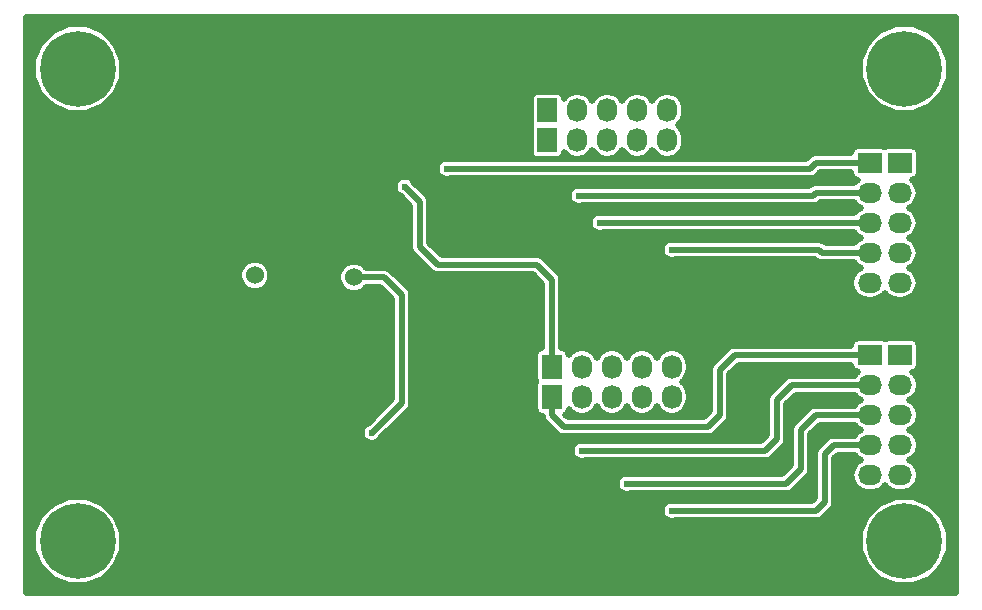
<source format=gbr>
G04 #@! TF.FileFunction,Copper,L2,Bot,Signal*
%FSLAX46Y46*%
G04 Gerber Fmt 4.6, Leading zero omitted, Abs format (unit mm)*
G04 Created by KiCad (PCBNEW 4.0.5+dfsg1-4) date Wed May  3 19:23:34 2017*
%MOMM*%
%LPD*%
G01*
G04 APERTURE LIST*
%ADD10C,0.100000*%
%ADD11C,0.600000*%
%ADD12C,6.400000*%
%ADD13R,1.727200X2.032000*%
%ADD14O,1.727200X2.032000*%
%ADD15R,2.032000X1.727200*%
%ADD16O,2.032000X1.727200*%
%ADD17C,1.524000*%
%ADD18C,0.500000*%
G04 APERTURE END LIST*
D10*
D11*
X174117000Y-107188000D03*
X173228000Y-114427000D03*
X175641000Y-116840000D03*
X165862000Y-120015000D03*
X146812000Y-109855000D03*
X139319000Y-117983000D03*
X123952000Y-124333000D03*
X118872000Y-90170000D03*
X123698000Y-108712000D03*
X146685000Y-97028000D03*
X166624000Y-97917000D03*
X173990000Y-84836000D03*
D12*
X182000000Y-126000000D03*
D13*
X151765000Y-89535000D03*
D14*
X154305000Y-89535000D03*
X156845000Y-89535000D03*
X159385000Y-89535000D03*
X161925000Y-89535000D03*
D13*
X151765000Y-92075000D03*
D14*
X154305000Y-92075000D03*
X156845000Y-92075000D03*
X159385000Y-92075000D03*
X161925000Y-92075000D03*
D15*
X179070000Y-93980000D03*
D16*
X179070000Y-96520000D03*
X179070000Y-99060000D03*
X179070000Y-101600000D03*
X179070000Y-104140000D03*
D15*
X181610000Y-93980000D03*
D16*
X181610000Y-96520000D03*
X181610000Y-99060000D03*
X181610000Y-101600000D03*
X181610000Y-104140000D03*
D17*
X127000000Y-103500000D03*
X127000000Y-108500000D03*
X135382000Y-103672000D03*
X135382000Y-108672000D03*
D15*
X181627000Y-110252000D03*
D16*
X181627000Y-112792000D03*
X181627000Y-115332000D03*
X181627000Y-117872000D03*
X181627000Y-120412000D03*
D15*
X179087000Y-110252000D03*
D16*
X179087000Y-112792000D03*
X179087000Y-115332000D03*
X179087000Y-117872000D03*
X179087000Y-120412000D03*
D13*
X152146000Y-111252000D03*
D14*
X154686000Y-111252000D03*
X157226000Y-111252000D03*
X159766000Y-111252000D03*
X162306000Y-111252000D03*
D13*
X152146000Y-113792000D03*
D14*
X154686000Y-113792000D03*
X157226000Y-113792000D03*
X159766000Y-113792000D03*
X162306000Y-113792000D03*
D12*
X112000000Y-86000000D03*
X112000000Y-126000000D03*
X182000000Y-86000000D03*
D11*
X130048000Y-96774000D03*
X155702000Y-84836000D03*
X168402000Y-116332000D03*
X168148000Y-90170000D03*
X153924000Y-100838000D03*
X159512000Y-101092000D03*
X148844000Y-100584000D03*
X160274000Y-123444000D03*
X155448000Y-122682000D03*
X147828000Y-119888000D03*
X112014000Y-103886000D03*
X162306000Y-101346000D03*
X156210000Y-99060000D03*
X154432000Y-96774000D03*
X143256000Y-94488000D03*
X154686000Y-118364000D03*
X158496000Y-121158000D03*
X162306000Y-123444000D03*
X139700000Y-96012000D03*
X136906000Y-116840000D03*
D18*
X179070000Y-101600000D02*
X175006000Y-101600000D01*
X174752000Y-101346000D02*
X162306000Y-101346000D01*
X175006000Y-101600000D02*
X174752000Y-101346000D01*
X179070000Y-99060000D02*
X156210000Y-99060000D01*
X179070000Y-96520000D02*
X174498000Y-96520000D01*
X174244000Y-96774000D02*
X154432000Y-96774000D01*
X174498000Y-96520000D02*
X174244000Y-96774000D01*
X179070000Y-93980000D02*
X174498000Y-93980000D01*
X173990000Y-94488000D02*
X143256000Y-94488000D01*
X174498000Y-93980000D02*
X173990000Y-94488000D01*
X152146000Y-113792000D02*
X152146000Y-115316000D01*
X167624000Y-110252000D02*
X179087000Y-110252000D01*
X166370000Y-111506000D02*
X167624000Y-110252000D01*
X166370000Y-115316000D02*
X166370000Y-111506000D01*
X165354000Y-116332000D02*
X166370000Y-115316000D01*
X153162000Y-116332000D02*
X165354000Y-116332000D01*
X152146000Y-115316000D02*
X153162000Y-116332000D01*
X179087000Y-112792000D02*
X172450000Y-112792000D01*
X170180000Y-118364000D02*
X154686000Y-118364000D01*
X171196000Y-117348000D02*
X170180000Y-118364000D01*
X171196000Y-114046000D02*
X171196000Y-117348000D01*
X172450000Y-112792000D02*
X171196000Y-114046000D01*
X179087000Y-115332000D02*
X174482000Y-115332000D01*
X171958000Y-121158000D02*
X158496000Y-121158000D01*
X173228000Y-119888000D02*
X171958000Y-121158000D01*
X173228000Y-116586000D02*
X173228000Y-119888000D01*
X174482000Y-115332000D02*
X173228000Y-116586000D01*
X179087000Y-117872000D02*
X176006000Y-117872000D01*
X174498000Y-123444000D02*
X162306000Y-123444000D01*
X175260000Y-122682000D02*
X174498000Y-123444000D01*
X175260000Y-118618000D02*
X175260000Y-122682000D01*
X176006000Y-117872000D02*
X175260000Y-118618000D01*
X152146000Y-103886000D02*
X152146000Y-111252000D01*
X150876000Y-102616000D02*
X152146000Y-103886000D01*
X142494000Y-102616000D02*
X150876000Y-102616000D01*
X140970000Y-101092000D02*
X142494000Y-102616000D01*
X140970000Y-97282000D02*
X140970000Y-101092000D01*
X139700000Y-96012000D02*
X140970000Y-97282000D01*
X137962000Y-103672000D02*
X135382000Y-103672000D01*
X139446000Y-105156000D02*
X137962000Y-103672000D01*
X139446000Y-114300000D02*
X139446000Y-105156000D01*
X136906000Y-116840000D02*
X139446000Y-114300000D01*
G36*
X186350000Y-130350000D02*
X107650000Y-130350000D01*
X107650000Y-126742649D01*
X108249350Y-126742649D01*
X108819051Y-128121429D01*
X109873022Y-129177242D01*
X111250806Y-129749348D01*
X112742649Y-129750650D01*
X114121429Y-129180949D01*
X115177242Y-128126978D01*
X115749348Y-126749194D01*
X115749353Y-126742649D01*
X178249350Y-126742649D01*
X178819051Y-128121429D01*
X179873022Y-129177242D01*
X181250806Y-129749348D01*
X182742649Y-129750650D01*
X184121429Y-129180949D01*
X185177242Y-128126978D01*
X185749348Y-126749194D01*
X185750650Y-125257351D01*
X185180949Y-123878571D01*
X184126978Y-122822758D01*
X182749194Y-122250652D01*
X181257351Y-122249350D01*
X179878571Y-122819051D01*
X178822758Y-123873022D01*
X178250652Y-125250806D01*
X178249350Y-126742649D01*
X115749353Y-126742649D01*
X115750650Y-125257351D01*
X115180949Y-123878571D01*
X114126978Y-122822758D01*
X112749194Y-122250652D01*
X111257351Y-122249350D01*
X109878571Y-122819051D01*
X108822758Y-123873022D01*
X108250652Y-125250806D01*
X108249350Y-126742649D01*
X107650000Y-126742649D01*
X107650000Y-103759828D01*
X125687772Y-103759828D01*
X125887092Y-104242218D01*
X126255841Y-104611611D01*
X126737882Y-104811772D01*
X127259828Y-104812228D01*
X127742218Y-104612908D01*
X128111611Y-104244159D01*
X128241302Y-103931828D01*
X134069772Y-103931828D01*
X134269092Y-104414218D01*
X134637841Y-104783611D01*
X135119882Y-104983772D01*
X135641828Y-104984228D01*
X136124218Y-104784908D01*
X136437672Y-104472000D01*
X137630630Y-104472000D01*
X138646000Y-105487370D01*
X138646000Y-113968629D01*
X136545288Y-116069342D01*
X136425143Y-116118985D01*
X136185826Y-116357885D01*
X136056148Y-116670183D01*
X136055853Y-117008334D01*
X136184985Y-117320857D01*
X136423885Y-117560174D01*
X136736183Y-117689852D01*
X137074334Y-117690147D01*
X137386857Y-117561015D01*
X137626174Y-117322115D01*
X137676533Y-117200837D01*
X140011685Y-114865686D01*
X140185104Y-114606147D01*
X140190922Y-114576896D01*
X140246000Y-114300000D01*
X140246000Y-105156000D01*
X140185104Y-104849853D01*
X140011685Y-104590315D01*
X138527685Y-103106315D01*
X138268147Y-102932896D01*
X137962000Y-102872000D01*
X136437227Y-102872000D01*
X136126159Y-102560389D01*
X135644118Y-102360228D01*
X135122172Y-102359772D01*
X134639782Y-102559092D01*
X134270389Y-102927841D01*
X134070228Y-103409882D01*
X134069772Y-103931828D01*
X128241302Y-103931828D01*
X128311772Y-103762118D01*
X128312228Y-103240172D01*
X128112908Y-102757782D01*
X127744159Y-102388389D01*
X127262118Y-102188228D01*
X126740172Y-102187772D01*
X126257782Y-102387092D01*
X125888389Y-102755841D01*
X125688228Y-103237882D01*
X125687772Y-103759828D01*
X107650000Y-103759828D01*
X107650000Y-96180334D01*
X138849853Y-96180334D01*
X138978985Y-96492857D01*
X139217885Y-96732174D01*
X139339163Y-96782533D01*
X140170000Y-97613371D01*
X140170000Y-101092000D01*
X140230896Y-101398147D01*
X140404315Y-101657685D01*
X141928314Y-103181685D01*
X142015846Y-103240172D01*
X142187853Y-103355104D01*
X142494000Y-103416000D01*
X150544630Y-103416000D01*
X151346000Y-104217371D01*
X151346000Y-109675225D01*
X151282400Y-109675225D01*
X151078582Y-109713576D01*
X150891388Y-109834032D01*
X150765806Y-110017827D01*
X150721625Y-110236000D01*
X150721625Y-112268000D01*
X150759976Y-112471818D01*
X150791306Y-112520506D01*
X150765806Y-112557827D01*
X150721625Y-112776000D01*
X150721625Y-114808000D01*
X150759976Y-115011818D01*
X150880432Y-115199012D01*
X151064227Y-115324594D01*
X151282400Y-115368775D01*
X151356498Y-115368775D01*
X151388965Y-115532000D01*
X151406896Y-115622147D01*
X151580315Y-115881685D01*
X152596315Y-116897685D01*
X152855853Y-117071104D01*
X153162000Y-117132000D01*
X165354000Y-117132000D01*
X165660147Y-117071104D01*
X165919685Y-116897685D01*
X166935685Y-115881685D01*
X167109104Y-115622147D01*
X167127035Y-115532000D01*
X167170000Y-115316000D01*
X167170000Y-111837370D01*
X167955371Y-111052000D01*
X177510225Y-111052000D01*
X177510225Y-111115600D01*
X177548576Y-111319418D01*
X177669032Y-111506612D01*
X177852827Y-111632194D01*
X178071000Y-111676375D01*
X178078049Y-111676375D01*
X177904354Y-111792434D01*
X177771008Y-111992000D01*
X172450000Y-111992000D01*
X172143853Y-112052896D01*
X171884315Y-112226314D01*
X170630315Y-113480315D01*
X170456896Y-113739853D01*
X170396000Y-114046000D01*
X170396000Y-117016630D01*
X169848630Y-117564000D01*
X154975873Y-117564000D01*
X154855817Y-117514148D01*
X154517666Y-117513853D01*
X154205143Y-117642985D01*
X153965826Y-117881885D01*
X153836148Y-118194183D01*
X153835853Y-118532334D01*
X153964985Y-118844857D01*
X154203885Y-119084174D01*
X154516183Y-119213852D01*
X154854334Y-119214147D01*
X154975699Y-119164000D01*
X170180000Y-119164000D01*
X170486147Y-119103104D01*
X170745685Y-118929685D01*
X171761685Y-117913685D01*
X171935104Y-117654147D01*
X171950031Y-117579104D01*
X171996000Y-117348000D01*
X171996000Y-114377370D01*
X172781371Y-113592000D01*
X177771008Y-113592000D01*
X177904354Y-113791566D01*
X178309087Y-114062000D01*
X177904354Y-114332434D01*
X177771008Y-114532000D01*
X174482000Y-114532000D01*
X174175853Y-114592896D01*
X173916315Y-114766314D01*
X172662315Y-116020315D01*
X172488896Y-116279853D01*
X172428000Y-116586000D01*
X172428000Y-119556629D01*
X171626630Y-120358000D01*
X158785873Y-120358000D01*
X158665817Y-120308148D01*
X158327666Y-120307853D01*
X158015143Y-120436985D01*
X157775826Y-120675885D01*
X157646148Y-120988183D01*
X157645853Y-121326334D01*
X157774985Y-121638857D01*
X158013885Y-121878174D01*
X158326183Y-122007852D01*
X158664334Y-122008147D01*
X158785699Y-121958000D01*
X171958000Y-121958000D01*
X172264147Y-121897104D01*
X172523685Y-121723685D01*
X173793685Y-120453686D01*
X173967104Y-120194147D01*
X174028000Y-119888000D01*
X174028000Y-116917370D01*
X174813371Y-116132000D01*
X177771008Y-116132000D01*
X177904354Y-116331566D01*
X178309087Y-116602000D01*
X177904354Y-116872434D01*
X177771008Y-117072000D01*
X176006000Y-117072000D01*
X175704363Y-117131999D01*
X175699853Y-117132896D01*
X175440314Y-117306315D01*
X174694315Y-118052315D01*
X174520896Y-118311853D01*
X174460000Y-118618000D01*
X174460000Y-122350629D01*
X174166630Y-122644000D01*
X162595873Y-122644000D01*
X162475817Y-122594148D01*
X162137666Y-122593853D01*
X161825143Y-122722985D01*
X161585826Y-122961885D01*
X161456148Y-123274183D01*
X161455853Y-123612334D01*
X161584985Y-123924857D01*
X161823885Y-124164174D01*
X162136183Y-124293852D01*
X162474334Y-124294147D01*
X162595699Y-124244000D01*
X174498000Y-124244000D01*
X174804147Y-124183104D01*
X175063685Y-124009685D01*
X175825686Y-123247685D01*
X175999104Y-122988147D01*
X176060000Y-122682000D01*
X176060000Y-118949370D01*
X176337371Y-118672000D01*
X177771008Y-118672000D01*
X177904354Y-118871566D01*
X178309087Y-119142000D01*
X177904354Y-119412434D01*
X177597924Y-119871039D01*
X177490320Y-120412000D01*
X177597924Y-120952961D01*
X177904354Y-121411566D01*
X178362959Y-121717996D01*
X178903920Y-121825600D01*
X179270080Y-121825600D01*
X179811041Y-121717996D01*
X180269646Y-121411566D01*
X180357000Y-121280831D01*
X180444354Y-121411566D01*
X180902959Y-121717996D01*
X181443920Y-121825600D01*
X181810080Y-121825600D01*
X182351041Y-121717996D01*
X182809646Y-121411566D01*
X183116076Y-120952961D01*
X183223680Y-120412000D01*
X183116076Y-119871039D01*
X182809646Y-119412434D01*
X182404913Y-119142000D01*
X182809646Y-118871566D01*
X183116076Y-118412961D01*
X183223680Y-117872000D01*
X183116076Y-117331039D01*
X182809646Y-116872434D01*
X182404913Y-116602000D01*
X182809646Y-116331566D01*
X183116076Y-115872961D01*
X183223680Y-115332000D01*
X183116076Y-114791039D01*
X182809646Y-114332434D01*
X182404913Y-114062000D01*
X182809646Y-113791566D01*
X183116076Y-113332961D01*
X183223680Y-112792000D01*
X183116076Y-112251039D01*
X182809646Y-111792434D01*
X182635951Y-111676375D01*
X182643000Y-111676375D01*
X182846818Y-111638024D01*
X183034012Y-111517568D01*
X183159594Y-111333773D01*
X183203775Y-111115600D01*
X183203775Y-109388400D01*
X183165424Y-109184582D01*
X183044968Y-108997388D01*
X182861173Y-108871806D01*
X182643000Y-108827625D01*
X180611000Y-108827625D01*
X180407182Y-108865976D01*
X180358494Y-108897306D01*
X180321173Y-108871806D01*
X180103000Y-108827625D01*
X178071000Y-108827625D01*
X177867182Y-108865976D01*
X177679988Y-108986432D01*
X177554406Y-109170227D01*
X177510225Y-109388400D01*
X177510225Y-109452000D01*
X167624000Y-109452000D01*
X167317853Y-109512896D01*
X167058315Y-109686314D01*
X165804315Y-110940315D01*
X165630896Y-111199853D01*
X165570000Y-111506000D01*
X165570000Y-114984630D01*
X165022630Y-115532000D01*
X153493370Y-115532000D01*
X153261107Y-115299737D01*
X153400612Y-115209968D01*
X153526194Y-115026173D01*
X153570375Y-114808000D01*
X153570375Y-114800951D01*
X153686434Y-114974646D01*
X154145039Y-115281076D01*
X154686000Y-115388680D01*
X155226961Y-115281076D01*
X155685566Y-114974646D01*
X155956000Y-114569913D01*
X156226434Y-114974646D01*
X156685039Y-115281076D01*
X157226000Y-115388680D01*
X157766961Y-115281076D01*
X158225566Y-114974646D01*
X158496000Y-114569913D01*
X158766434Y-114974646D01*
X159225039Y-115281076D01*
X159766000Y-115388680D01*
X160306961Y-115281076D01*
X160765566Y-114974646D01*
X161036000Y-114569913D01*
X161306434Y-114974646D01*
X161765039Y-115281076D01*
X162306000Y-115388680D01*
X162846961Y-115281076D01*
X163305566Y-114974646D01*
X163611996Y-114516041D01*
X163719600Y-113975080D01*
X163719600Y-113608920D01*
X163611996Y-113067959D01*
X163305566Y-112609354D01*
X163174831Y-112522000D01*
X163305566Y-112434646D01*
X163611996Y-111976041D01*
X163719600Y-111435080D01*
X163719600Y-111068920D01*
X163611996Y-110527959D01*
X163305566Y-110069354D01*
X162846961Y-109762924D01*
X162306000Y-109655320D01*
X161765039Y-109762924D01*
X161306434Y-110069354D01*
X161036000Y-110474087D01*
X160765566Y-110069354D01*
X160306961Y-109762924D01*
X159766000Y-109655320D01*
X159225039Y-109762924D01*
X158766434Y-110069354D01*
X158496000Y-110474087D01*
X158225566Y-110069354D01*
X157766961Y-109762924D01*
X157226000Y-109655320D01*
X156685039Y-109762924D01*
X156226434Y-110069354D01*
X155956000Y-110474087D01*
X155685566Y-110069354D01*
X155226961Y-109762924D01*
X154686000Y-109655320D01*
X154145039Y-109762924D01*
X153686434Y-110069354D01*
X153570375Y-110243049D01*
X153570375Y-110236000D01*
X153532024Y-110032182D01*
X153411568Y-109844988D01*
X153227773Y-109719406D01*
X153009600Y-109675225D01*
X152946000Y-109675225D01*
X152946000Y-103886000D01*
X152885104Y-103579853D01*
X152711685Y-103320314D01*
X151441685Y-102050315D01*
X151182147Y-101876896D01*
X150876000Y-101816000D01*
X142825371Y-101816000D01*
X141770000Y-100760630D01*
X141770000Y-97282000D01*
X141709104Y-96975853D01*
X141633128Y-96862147D01*
X141535685Y-96716314D01*
X140470658Y-95651288D01*
X140421015Y-95531143D01*
X140182115Y-95291826D01*
X139869817Y-95162148D01*
X139531666Y-95161853D01*
X139219143Y-95290985D01*
X138979826Y-95529885D01*
X138850148Y-95842183D01*
X138849853Y-96180334D01*
X107650000Y-96180334D01*
X107650000Y-94656334D01*
X142405853Y-94656334D01*
X142534985Y-94968857D01*
X142773885Y-95208174D01*
X143086183Y-95337852D01*
X143424334Y-95338147D01*
X143545699Y-95288000D01*
X173990000Y-95288000D01*
X174296147Y-95227104D01*
X174555685Y-95053685D01*
X174829371Y-94780000D01*
X177493225Y-94780000D01*
X177493225Y-94843600D01*
X177531576Y-95047418D01*
X177652032Y-95234612D01*
X177835827Y-95360194D01*
X178054000Y-95404375D01*
X178061049Y-95404375D01*
X177887354Y-95520434D01*
X177754008Y-95720000D01*
X174498000Y-95720000D01*
X174191853Y-95780896D01*
X173932314Y-95954315D01*
X173912629Y-95974000D01*
X154721873Y-95974000D01*
X154601817Y-95924148D01*
X154263666Y-95923853D01*
X153951143Y-96052985D01*
X153711826Y-96291885D01*
X153582148Y-96604183D01*
X153581853Y-96942334D01*
X153710985Y-97254857D01*
X153949885Y-97494174D01*
X154262183Y-97623852D01*
X154600334Y-97624147D01*
X154721699Y-97574000D01*
X174244000Y-97574000D01*
X174550147Y-97513104D01*
X174809685Y-97339685D01*
X174829370Y-97320000D01*
X177754008Y-97320000D01*
X177887354Y-97519566D01*
X178292087Y-97790000D01*
X177887354Y-98060434D01*
X177754008Y-98260000D01*
X156499873Y-98260000D01*
X156379817Y-98210148D01*
X156041666Y-98209853D01*
X155729143Y-98338985D01*
X155489826Y-98577885D01*
X155360148Y-98890183D01*
X155359853Y-99228334D01*
X155488985Y-99540857D01*
X155727885Y-99780174D01*
X156040183Y-99909852D01*
X156378334Y-99910147D01*
X156499699Y-99860000D01*
X177754008Y-99860000D01*
X177887354Y-100059566D01*
X178292087Y-100330000D01*
X177887354Y-100600434D01*
X177754008Y-100800000D01*
X175337370Y-100800000D01*
X175317685Y-100780315D01*
X175058147Y-100606896D01*
X175025660Y-100600434D01*
X174752000Y-100546000D01*
X162595873Y-100546000D01*
X162475817Y-100496148D01*
X162137666Y-100495853D01*
X161825143Y-100624985D01*
X161585826Y-100863885D01*
X161456148Y-101176183D01*
X161455853Y-101514334D01*
X161584985Y-101826857D01*
X161823885Y-102066174D01*
X162136183Y-102195852D01*
X162474334Y-102196147D01*
X162595699Y-102146000D01*
X174420629Y-102146000D01*
X174440314Y-102165685D01*
X174656076Y-102309853D01*
X174699853Y-102339104D01*
X175006000Y-102400000D01*
X177754008Y-102400000D01*
X177887354Y-102599566D01*
X178292087Y-102870000D01*
X177887354Y-103140434D01*
X177580924Y-103599039D01*
X177473320Y-104140000D01*
X177580924Y-104680961D01*
X177887354Y-105139566D01*
X178345959Y-105445996D01*
X178886920Y-105553600D01*
X179253080Y-105553600D01*
X179794041Y-105445996D01*
X180252646Y-105139566D01*
X180340000Y-105008831D01*
X180427354Y-105139566D01*
X180885959Y-105445996D01*
X181426920Y-105553600D01*
X181793080Y-105553600D01*
X182334041Y-105445996D01*
X182792646Y-105139566D01*
X183099076Y-104680961D01*
X183206680Y-104140000D01*
X183099076Y-103599039D01*
X182792646Y-103140434D01*
X182387913Y-102870000D01*
X182792646Y-102599566D01*
X183099076Y-102140961D01*
X183206680Y-101600000D01*
X183099076Y-101059039D01*
X182792646Y-100600434D01*
X182387913Y-100330000D01*
X182792646Y-100059566D01*
X183099076Y-99600961D01*
X183206680Y-99060000D01*
X183099076Y-98519039D01*
X182792646Y-98060434D01*
X182387913Y-97790000D01*
X182792646Y-97519566D01*
X183099076Y-97060961D01*
X183206680Y-96520000D01*
X183099076Y-95979039D01*
X182792646Y-95520434D01*
X182618951Y-95404375D01*
X182626000Y-95404375D01*
X182829818Y-95366024D01*
X183017012Y-95245568D01*
X183142594Y-95061773D01*
X183186775Y-94843600D01*
X183186775Y-93116400D01*
X183148424Y-92912582D01*
X183027968Y-92725388D01*
X182844173Y-92599806D01*
X182626000Y-92555625D01*
X180594000Y-92555625D01*
X180390182Y-92593976D01*
X180341494Y-92625306D01*
X180304173Y-92599806D01*
X180086000Y-92555625D01*
X178054000Y-92555625D01*
X177850182Y-92593976D01*
X177662988Y-92714432D01*
X177537406Y-92898227D01*
X177493225Y-93116400D01*
X177493225Y-93180000D01*
X174498000Y-93180000D01*
X174191853Y-93240896D01*
X173932314Y-93414315D01*
X173658630Y-93688000D01*
X143545873Y-93688000D01*
X143425817Y-93638148D01*
X143087666Y-93637853D01*
X142775143Y-93766985D01*
X142535826Y-94005885D01*
X142406148Y-94318183D01*
X142405853Y-94656334D01*
X107650000Y-94656334D01*
X107650000Y-86742649D01*
X108249350Y-86742649D01*
X108819051Y-88121429D01*
X109873022Y-89177242D01*
X111250806Y-89749348D01*
X112742649Y-89750650D01*
X114121429Y-89180949D01*
X114784534Y-88519000D01*
X150340625Y-88519000D01*
X150340625Y-90551000D01*
X150378976Y-90754818D01*
X150410306Y-90803506D01*
X150384806Y-90840827D01*
X150340625Y-91059000D01*
X150340625Y-93091000D01*
X150378976Y-93294818D01*
X150499432Y-93482012D01*
X150683227Y-93607594D01*
X150901400Y-93651775D01*
X152628600Y-93651775D01*
X152832418Y-93613424D01*
X153019612Y-93492968D01*
X153145194Y-93309173D01*
X153189375Y-93091000D01*
X153189375Y-93083951D01*
X153305434Y-93257646D01*
X153764039Y-93564076D01*
X154305000Y-93671680D01*
X154845961Y-93564076D01*
X155304566Y-93257646D01*
X155575000Y-92852913D01*
X155845434Y-93257646D01*
X156304039Y-93564076D01*
X156845000Y-93671680D01*
X157385961Y-93564076D01*
X157844566Y-93257646D01*
X158115000Y-92852913D01*
X158385434Y-93257646D01*
X158844039Y-93564076D01*
X159385000Y-93671680D01*
X159925961Y-93564076D01*
X160384566Y-93257646D01*
X160655000Y-92852913D01*
X160925434Y-93257646D01*
X161384039Y-93564076D01*
X161925000Y-93671680D01*
X162465961Y-93564076D01*
X162924566Y-93257646D01*
X163230996Y-92799041D01*
X163338600Y-92258080D01*
X163338600Y-91891920D01*
X163230996Y-91350959D01*
X162924566Y-90892354D01*
X162793831Y-90805000D01*
X162924566Y-90717646D01*
X163230996Y-90259041D01*
X163338600Y-89718080D01*
X163338600Y-89351920D01*
X163230996Y-88810959D01*
X162924566Y-88352354D01*
X162465961Y-88045924D01*
X161925000Y-87938320D01*
X161384039Y-88045924D01*
X160925434Y-88352354D01*
X160655000Y-88757087D01*
X160384566Y-88352354D01*
X159925961Y-88045924D01*
X159385000Y-87938320D01*
X158844039Y-88045924D01*
X158385434Y-88352354D01*
X158115000Y-88757087D01*
X157844566Y-88352354D01*
X157385961Y-88045924D01*
X156845000Y-87938320D01*
X156304039Y-88045924D01*
X155845434Y-88352354D01*
X155575000Y-88757087D01*
X155304566Y-88352354D01*
X154845961Y-88045924D01*
X154305000Y-87938320D01*
X153764039Y-88045924D01*
X153305434Y-88352354D01*
X153189375Y-88526049D01*
X153189375Y-88519000D01*
X153151024Y-88315182D01*
X153030568Y-88127988D01*
X152846773Y-88002406D01*
X152628600Y-87958225D01*
X150901400Y-87958225D01*
X150697582Y-87996576D01*
X150510388Y-88117032D01*
X150384806Y-88300827D01*
X150340625Y-88519000D01*
X114784534Y-88519000D01*
X115177242Y-88126978D01*
X115749348Y-86749194D01*
X115749353Y-86742649D01*
X178249350Y-86742649D01*
X178819051Y-88121429D01*
X179873022Y-89177242D01*
X181250806Y-89749348D01*
X182742649Y-89750650D01*
X184121429Y-89180949D01*
X185177242Y-88126978D01*
X185749348Y-86749194D01*
X185750650Y-85257351D01*
X185180949Y-83878571D01*
X184126978Y-82822758D01*
X182749194Y-82250652D01*
X181257351Y-82249350D01*
X179878571Y-82819051D01*
X178822758Y-83873022D01*
X178250652Y-85250806D01*
X178249350Y-86742649D01*
X115749353Y-86742649D01*
X115750650Y-85257351D01*
X115180949Y-83878571D01*
X114126978Y-82822758D01*
X112749194Y-82250652D01*
X111257351Y-82249350D01*
X109878571Y-82819051D01*
X108822758Y-83873022D01*
X108250652Y-85250806D01*
X108249350Y-86742649D01*
X107650000Y-86742649D01*
X107650000Y-81650000D01*
X186350000Y-81650000D01*
X186350000Y-130350000D01*
X186350000Y-130350000D01*
G37*
X186350000Y-130350000D02*
X107650000Y-130350000D01*
X107650000Y-126742649D01*
X108249350Y-126742649D01*
X108819051Y-128121429D01*
X109873022Y-129177242D01*
X111250806Y-129749348D01*
X112742649Y-129750650D01*
X114121429Y-129180949D01*
X115177242Y-128126978D01*
X115749348Y-126749194D01*
X115749353Y-126742649D01*
X178249350Y-126742649D01*
X178819051Y-128121429D01*
X179873022Y-129177242D01*
X181250806Y-129749348D01*
X182742649Y-129750650D01*
X184121429Y-129180949D01*
X185177242Y-128126978D01*
X185749348Y-126749194D01*
X185750650Y-125257351D01*
X185180949Y-123878571D01*
X184126978Y-122822758D01*
X182749194Y-122250652D01*
X181257351Y-122249350D01*
X179878571Y-122819051D01*
X178822758Y-123873022D01*
X178250652Y-125250806D01*
X178249350Y-126742649D01*
X115749353Y-126742649D01*
X115750650Y-125257351D01*
X115180949Y-123878571D01*
X114126978Y-122822758D01*
X112749194Y-122250652D01*
X111257351Y-122249350D01*
X109878571Y-122819051D01*
X108822758Y-123873022D01*
X108250652Y-125250806D01*
X108249350Y-126742649D01*
X107650000Y-126742649D01*
X107650000Y-103759828D01*
X125687772Y-103759828D01*
X125887092Y-104242218D01*
X126255841Y-104611611D01*
X126737882Y-104811772D01*
X127259828Y-104812228D01*
X127742218Y-104612908D01*
X128111611Y-104244159D01*
X128241302Y-103931828D01*
X134069772Y-103931828D01*
X134269092Y-104414218D01*
X134637841Y-104783611D01*
X135119882Y-104983772D01*
X135641828Y-104984228D01*
X136124218Y-104784908D01*
X136437672Y-104472000D01*
X137630630Y-104472000D01*
X138646000Y-105487370D01*
X138646000Y-113968629D01*
X136545288Y-116069342D01*
X136425143Y-116118985D01*
X136185826Y-116357885D01*
X136056148Y-116670183D01*
X136055853Y-117008334D01*
X136184985Y-117320857D01*
X136423885Y-117560174D01*
X136736183Y-117689852D01*
X137074334Y-117690147D01*
X137386857Y-117561015D01*
X137626174Y-117322115D01*
X137676533Y-117200837D01*
X140011685Y-114865686D01*
X140185104Y-114606147D01*
X140190922Y-114576896D01*
X140246000Y-114300000D01*
X140246000Y-105156000D01*
X140185104Y-104849853D01*
X140011685Y-104590315D01*
X138527685Y-103106315D01*
X138268147Y-102932896D01*
X137962000Y-102872000D01*
X136437227Y-102872000D01*
X136126159Y-102560389D01*
X135644118Y-102360228D01*
X135122172Y-102359772D01*
X134639782Y-102559092D01*
X134270389Y-102927841D01*
X134070228Y-103409882D01*
X134069772Y-103931828D01*
X128241302Y-103931828D01*
X128311772Y-103762118D01*
X128312228Y-103240172D01*
X128112908Y-102757782D01*
X127744159Y-102388389D01*
X127262118Y-102188228D01*
X126740172Y-102187772D01*
X126257782Y-102387092D01*
X125888389Y-102755841D01*
X125688228Y-103237882D01*
X125687772Y-103759828D01*
X107650000Y-103759828D01*
X107650000Y-96180334D01*
X138849853Y-96180334D01*
X138978985Y-96492857D01*
X139217885Y-96732174D01*
X139339163Y-96782533D01*
X140170000Y-97613371D01*
X140170000Y-101092000D01*
X140230896Y-101398147D01*
X140404315Y-101657685D01*
X141928314Y-103181685D01*
X142015846Y-103240172D01*
X142187853Y-103355104D01*
X142494000Y-103416000D01*
X150544630Y-103416000D01*
X151346000Y-104217371D01*
X151346000Y-109675225D01*
X151282400Y-109675225D01*
X151078582Y-109713576D01*
X150891388Y-109834032D01*
X150765806Y-110017827D01*
X150721625Y-110236000D01*
X150721625Y-112268000D01*
X150759976Y-112471818D01*
X150791306Y-112520506D01*
X150765806Y-112557827D01*
X150721625Y-112776000D01*
X150721625Y-114808000D01*
X150759976Y-115011818D01*
X150880432Y-115199012D01*
X151064227Y-115324594D01*
X151282400Y-115368775D01*
X151356498Y-115368775D01*
X151388965Y-115532000D01*
X151406896Y-115622147D01*
X151580315Y-115881685D01*
X152596315Y-116897685D01*
X152855853Y-117071104D01*
X153162000Y-117132000D01*
X165354000Y-117132000D01*
X165660147Y-117071104D01*
X165919685Y-116897685D01*
X166935685Y-115881685D01*
X167109104Y-115622147D01*
X167127035Y-115532000D01*
X167170000Y-115316000D01*
X167170000Y-111837370D01*
X167955371Y-111052000D01*
X177510225Y-111052000D01*
X177510225Y-111115600D01*
X177548576Y-111319418D01*
X177669032Y-111506612D01*
X177852827Y-111632194D01*
X178071000Y-111676375D01*
X178078049Y-111676375D01*
X177904354Y-111792434D01*
X177771008Y-111992000D01*
X172450000Y-111992000D01*
X172143853Y-112052896D01*
X171884315Y-112226314D01*
X170630315Y-113480315D01*
X170456896Y-113739853D01*
X170396000Y-114046000D01*
X170396000Y-117016630D01*
X169848630Y-117564000D01*
X154975873Y-117564000D01*
X154855817Y-117514148D01*
X154517666Y-117513853D01*
X154205143Y-117642985D01*
X153965826Y-117881885D01*
X153836148Y-118194183D01*
X153835853Y-118532334D01*
X153964985Y-118844857D01*
X154203885Y-119084174D01*
X154516183Y-119213852D01*
X154854334Y-119214147D01*
X154975699Y-119164000D01*
X170180000Y-119164000D01*
X170486147Y-119103104D01*
X170745685Y-118929685D01*
X171761685Y-117913685D01*
X171935104Y-117654147D01*
X171950031Y-117579104D01*
X171996000Y-117348000D01*
X171996000Y-114377370D01*
X172781371Y-113592000D01*
X177771008Y-113592000D01*
X177904354Y-113791566D01*
X178309087Y-114062000D01*
X177904354Y-114332434D01*
X177771008Y-114532000D01*
X174482000Y-114532000D01*
X174175853Y-114592896D01*
X173916315Y-114766314D01*
X172662315Y-116020315D01*
X172488896Y-116279853D01*
X172428000Y-116586000D01*
X172428000Y-119556629D01*
X171626630Y-120358000D01*
X158785873Y-120358000D01*
X158665817Y-120308148D01*
X158327666Y-120307853D01*
X158015143Y-120436985D01*
X157775826Y-120675885D01*
X157646148Y-120988183D01*
X157645853Y-121326334D01*
X157774985Y-121638857D01*
X158013885Y-121878174D01*
X158326183Y-122007852D01*
X158664334Y-122008147D01*
X158785699Y-121958000D01*
X171958000Y-121958000D01*
X172264147Y-121897104D01*
X172523685Y-121723685D01*
X173793685Y-120453686D01*
X173967104Y-120194147D01*
X174028000Y-119888000D01*
X174028000Y-116917370D01*
X174813371Y-116132000D01*
X177771008Y-116132000D01*
X177904354Y-116331566D01*
X178309087Y-116602000D01*
X177904354Y-116872434D01*
X177771008Y-117072000D01*
X176006000Y-117072000D01*
X175704363Y-117131999D01*
X175699853Y-117132896D01*
X175440314Y-117306315D01*
X174694315Y-118052315D01*
X174520896Y-118311853D01*
X174460000Y-118618000D01*
X174460000Y-122350629D01*
X174166630Y-122644000D01*
X162595873Y-122644000D01*
X162475817Y-122594148D01*
X162137666Y-122593853D01*
X161825143Y-122722985D01*
X161585826Y-122961885D01*
X161456148Y-123274183D01*
X161455853Y-123612334D01*
X161584985Y-123924857D01*
X161823885Y-124164174D01*
X162136183Y-124293852D01*
X162474334Y-124294147D01*
X162595699Y-124244000D01*
X174498000Y-124244000D01*
X174804147Y-124183104D01*
X175063685Y-124009685D01*
X175825686Y-123247685D01*
X175999104Y-122988147D01*
X176060000Y-122682000D01*
X176060000Y-118949370D01*
X176337371Y-118672000D01*
X177771008Y-118672000D01*
X177904354Y-118871566D01*
X178309087Y-119142000D01*
X177904354Y-119412434D01*
X177597924Y-119871039D01*
X177490320Y-120412000D01*
X177597924Y-120952961D01*
X177904354Y-121411566D01*
X178362959Y-121717996D01*
X178903920Y-121825600D01*
X179270080Y-121825600D01*
X179811041Y-121717996D01*
X180269646Y-121411566D01*
X180357000Y-121280831D01*
X180444354Y-121411566D01*
X180902959Y-121717996D01*
X181443920Y-121825600D01*
X181810080Y-121825600D01*
X182351041Y-121717996D01*
X182809646Y-121411566D01*
X183116076Y-120952961D01*
X183223680Y-120412000D01*
X183116076Y-119871039D01*
X182809646Y-119412434D01*
X182404913Y-119142000D01*
X182809646Y-118871566D01*
X183116076Y-118412961D01*
X183223680Y-117872000D01*
X183116076Y-117331039D01*
X182809646Y-116872434D01*
X182404913Y-116602000D01*
X182809646Y-116331566D01*
X183116076Y-115872961D01*
X183223680Y-115332000D01*
X183116076Y-114791039D01*
X182809646Y-114332434D01*
X182404913Y-114062000D01*
X182809646Y-113791566D01*
X183116076Y-113332961D01*
X183223680Y-112792000D01*
X183116076Y-112251039D01*
X182809646Y-111792434D01*
X182635951Y-111676375D01*
X182643000Y-111676375D01*
X182846818Y-111638024D01*
X183034012Y-111517568D01*
X183159594Y-111333773D01*
X183203775Y-111115600D01*
X183203775Y-109388400D01*
X183165424Y-109184582D01*
X183044968Y-108997388D01*
X182861173Y-108871806D01*
X182643000Y-108827625D01*
X180611000Y-108827625D01*
X180407182Y-108865976D01*
X180358494Y-108897306D01*
X180321173Y-108871806D01*
X180103000Y-108827625D01*
X178071000Y-108827625D01*
X177867182Y-108865976D01*
X177679988Y-108986432D01*
X177554406Y-109170227D01*
X177510225Y-109388400D01*
X177510225Y-109452000D01*
X167624000Y-109452000D01*
X167317853Y-109512896D01*
X167058315Y-109686314D01*
X165804315Y-110940315D01*
X165630896Y-111199853D01*
X165570000Y-111506000D01*
X165570000Y-114984630D01*
X165022630Y-115532000D01*
X153493370Y-115532000D01*
X153261107Y-115299737D01*
X153400612Y-115209968D01*
X153526194Y-115026173D01*
X153570375Y-114808000D01*
X153570375Y-114800951D01*
X153686434Y-114974646D01*
X154145039Y-115281076D01*
X154686000Y-115388680D01*
X155226961Y-115281076D01*
X155685566Y-114974646D01*
X155956000Y-114569913D01*
X156226434Y-114974646D01*
X156685039Y-115281076D01*
X157226000Y-115388680D01*
X157766961Y-115281076D01*
X158225566Y-114974646D01*
X158496000Y-114569913D01*
X158766434Y-114974646D01*
X159225039Y-115281076D01*
X159766000Y-115388680D01*
X160306961Y-115281076D01*
X160765566Y-114974646D01*
X161036000Y-114569913D01*
X161306434Y-114974646D01*
X161765039Y-115281076D01*
X162306000Y-115388680D01*
X162846961Y-115281076D01*
X163305566Y-114974646D01*
X163611996Y-114516041D01*
X163719600Y-113975080D01*
X163719600Y-113608920D01*
X163611996Y-113067959D01*
X163305566Y-112609354D01*
X163174831Y-112522000D01*
X163305566Y-112434646D01*
X163611996Y-111976041D01*
X163719600Y-111435080D01*
X163719600Y-111068920D01*
X163611996Y-110527959D01*
X163305566Y-110069354D01*
X162846961Y-109762924D01*
X162306000Y-109655320D01*
X161765039Y-109762924D01*
X161306434Y-110069354D01*
X161036000Y-110474087D01*
X160765566Y-110069354D01*
X160306961Y-109762924D01*
X159766000Y-109655320D01*
X159225039Y-109762924D01*
X158766434Y-110069354D01*
X158496000Y-110474087D01*
X158225566Y-110069354D01*
X157766961Y-109762924D01*
X157226000Y-109655320D01*
X156685039Y-109762924D01*
X156226434Y-110069354D01*
X155956000Y-110474087D01*
X155685566Y-110069354D01*
X155226961Y-109762924D01*
X154686000Y-109655320D01*
X154145039Y-109762924D01*
X153686434Y-110069354D01*
X153570375Y-110243049D01*
X153570375Y-110236000D01*
X153532024Y-110032182D01*
X153411568Y-109844988D01*
X153227773Y-109719406D01*
X153009600Y-109675225D01*
X152946000Y-109675225D01*
X152946000Y-103886000D01*
X152885104Y-103579853D01*
X152711685Y-103320314D01*
X151441685Y-102050315D01*
X151182147Y-101876896D01*
X150876000Y-101816000D01*
X142825371Y-101816000D01*
X141770000Y-100760630D01*
X141770000Y-97282000D01*
X141709104Y-96975853D01*
X141633128Y-96862147D01*
X141535685Y-96716314D01*
X140470658Y-95651288D01*
X140421015Y-95531143D01*
X140182115Y-95291826D01*
X139869817Y-95162148D01*
X139531666Y-95161853D01*
X139219143Y-95290985D01*
X138979826Y-95529885D01*
X138850148Y-95842183D01*
X138849853Y-96180334D01*
X107650000Y-96180334D01*
X107650000Y-94656334D01*
X142405853Y-94656334D01*
X142534985Y-94968857D01*
X142773885Y-95208174D01*
X143086183Y-95337852D01*
X143424334Y-95338147D01*
X143545699Y-95288000D01*
X173990000Y-95288000D01*
X174296147Y-95227104D01*
X174555685Y-95053685D01*
X174829371Y-94780000D01*
X177493225Y-94780000D01*
X177493225Y-94843600D01*
X177531576Y-95047418D01*
X177652032Y-95234612D01*
X177835827Y-95360194D01*
X178054000Y-95404375D01*
X178061049Y-95404375D01*
X177887354Y-95520434D01*
X177754008Y-95720000D01*
X174498000Y-95720000D01*
X174191853Y-95780896D01*
X173932314Y-95954315D01*
X173912629Y-95974000D01*
X154721873Y-95974000D01*
X154601817Y-95924148D01*
X154263666Y-95923853D01*
X153951143Y-96052985D01*
X153711826Y-96291885D01*
X153582148Y-96604183D01*
X153581853Y-96942334D01*
X153710985Y-97254857D01*
X153949885Y-97494174D01*
X154262183Y-97623852D01*
X154600334Y-97624147D01*
X154721699Y-97574000D01*
X174244000Y-97574000D01*
X174550147Y-97513104D01*
X174809685Y-97339685D01*
X174829370Y-97320000D01*
X177754008Y-97320000D01*
X177887354Y-97519566D01*
X178292087Y-97790000D01*
X177887354Y-98060434D01*
X177754008Y-98260000D01*
X156499873Y-98260000D01*
X156379817Y-98210148D01*
X156041666Y-98209853D01*
X155729143Y-98338985D01*
X155489826Y-98577885D01*
X155360148Y-98890183D01*
X155359853Y-99228334D01*
X155488985Y-99540857D01*
X155727885Y-99780174D01*
X156040183Y-99909852D01*
X156378334Y-99910147D01*
X156499699Y-99860000D01*
X177754008Y-99860000D01*
X177887354Y-100059566D01*
X178292087Y-100330000D01*
X177887354Y-100600434D01*
X177754008Y-100800000D01*
X175337370Y-100800000D01*
X175317685Y-100780315D01*
X175058147Y-100606896D01*
X175025660Y-100600434D01*
X174752000Y-100546000D01*
X162595873Y-100546000D01*
X162475817Y-100496148D01*
X162137666Y-100495853D01*
X161825143Y-100624985D01*
X161585826Y-100863885D01*
X161456148Y-101176183D01*
X161455853Y-101514334D01*
X161584985Y-101826857D01*
X161823885Y-102066174D01*
X162136183Y-102195852D01*
X162474334Y-102196147D01*
X162595699Y-102146000D01*
X174420629Y-102146000D01*
X174440314Y-102165685D01*
X174656076Y-102309853D01*
X174699853Y-102339104D01*
X175006000Y-102400000D01*
X177754008Y-102400000D01*
X177887354Y-102599566D01*
X178292087Y-102870000D01*
X177887354Y-103140434D01*
X177580924Y-103599039D01*
X177473320Y-104140000D01*
X177580924Y-104680961D01*
X177887354Y-105139566D01*
X178345959Y-105445996D01*
X178886920Y-105553600D01*
X179253080Y-105553600D01*
X179794041Y-105445996D01*
X180252646Y-105139566D01*
X180340000Y-105008831D01*
X180427354Y-105139566D01*
X180885959Y-105445996D01*
X181426920Y-105553600D01*
X181793080Y-105553600D01*
X182334041Y-105445996D01*
X182792646Y-105139566D01*
X183099076Y-104680961D01*
X183206680Y-104140000D01*
X183099076Y-103599039D01*
X182792646Y-103140434D01*
X182387913Y-102870000D01*
X182792646Y-102599566D01*
X183099076Y-102140961D01*
X183206680Y-101600000D01*
X183099076Y-101059039D01*
X182792646Y-100600434D01*
X182387913Y-100330000D01*
X182792646Y-100059566D01*
X183099076Y-99600961D01*
X183206680Y-99060000D01*
X183099076Y-98519039D01*
X182792646Y-98060434D01*
X182387913Y-97790000D01*
X182792646Y-97519566D01*
X183099076Y-97060961D01*
X183206680Y-96520000D01*
X183099076Y-95979039D01*
X182792646Y-95520434D01*
X182618951Y-95404375D01*
X182626000Y-95404375D01*
X182829818Y-95366024D01*
X183017012Y-95245568D01*
X183142594Y-95061773D01*
X183186775Y-94843600D01*
X183186775Y-93116400D01*
X183148424Y-92912582D01*
X183027968Y-92725388D01*
X182844173Y-92599806D01*
X182626000Y-92555625D01*
X180594000Y-92555625D01*
X180390182Y-92593976D01*
X180341494Y-92625306D01*
X180304173Y-92599806D01*
X180086000Y-92555625D01*
X178054000Y-92555625D01*
X177850182Y-92593976D01*
X177662988Y-92714432D01*
X177537406Y-92898227D01*
X177493225Y-93116400D01*
X177493225Y-93180000D01*
X174498000Y-93180000D01*
X174191853Y-93240896D01*
X173932314Y-93414315D01*
X173658630Y-93688000D01*
X143545873Y-93688000D01*
X143425817Y-93638148D01*
X143087666Y-93637853D01*
X142775143Y-93766985D01*
X142535826Y-94005885D01*
X142406148Y-94318183D01*
X142405853Y-94656334D01*
X107650000Y-94656334D01*
X107650000Y-86742649D01*
X108249350Y-86742649D01*
X108819051Y-88121429D01*
X109873022Y-89177242D01*
X111250806Y-89749348D01*
X112742649Y-89750650D01*
X114121429Y-89180949D01*
X114784534Y-88519000D01*
X150340625Y-88519000D01*
X150340625Y-90551000D01*
X150378976Y-90754818D01*
X150410306Y-90803506D01*
X150384806Y-90840827D01*
X150340625Y-91059000D01*
X150340625Y-93091000D01*
X150378976Y-93294818D01*
X150499432Y-93482012D01*
X150683227Y-93607594D01*
X150901400Y-93651775D01*
X152628600Y-93651775D01*
X152832418Y-93613424D01*
X153019612Y-93492968D01*
X153145194Y-93309173D01*
X153189375Y-93091000D01*
X153189375Y-93083951D01*
X153305434Y-93257646D01*
X153764039Y-93564076D01*
X154305000Y-93671680D01*
X154845961Y-93564076D01*
X155304566Y-93257646D01*
X155575000Y-92852913D01*
X155845434Y-93257646D01*
X156304039Y-93564076D01*
X156845000Y-93671680D01*
X157385961Y-93564076D01*
X157844566Y-93257646D01*
X158115000Y-92852913D01*
X158385434Y-93257646D01*
X158844039Y-93564076D01*
X159385000Y-93671680D01*
X159925961Y-93564076D01*
X160384566Y-93257646D01*
X160655000Y-92852913D01*
X160925434Y-93257646D01*
X161384039Y-93564076D01*
X161925000Y-93671680D01*
X162465961Y-93564076D01*
X162924566Y-93257646D01*
X163230996Y-92799041D01*
X163338600Y-92258080D01*
X163338600Y-91891920D01*
X163230996Y-91350959D01*
X162924566Y-90892354D01*
X162793831Y-90805000D01*
X162924566Y-90717646D01*
X163230996Y-90259041D01*
X163338600Y-89718080D01*
X163338600Y-89351920D01*
X163230996Y-88810959D01*
X162924566Y-88352354D01*
X162465961Y-88045924D01*
X161925000Y-87938320D01*
X161384039Y-88045924D01*
X160925434Y-88352354D01*
X160655000Y-88757087D01*
X160384566Y-88352354D01*
X159925961Y-88045924D01*
X159385000Y-87938320D01*
X158844039Y-88045924D01*
X158385434Y-88352354D01*
X158115000Y-88757087D01*
X157844566Y-88352354D01*
X157385961Y-88045924D01*
X156845000Y-87938320D01*
X156304039Y-88045924D01*
X155845434Y-88352354D01*
X155575000Y-88757087D01*
X155304566Y-88352354D01*
X154845961Y-88045924D01*
X154305000Y-87938320D01*
X153764039Y-88045924D01*
X153305434Y-88352354D01*
X153189375Y-88526049D01*
X153189375Y-88519000D01*
X153151024Y-88315182D01*
X153030568Y-88127988D01*
X152846773Y-88002406D01*
X152628600Y-87958225D01*
X150901400Y-87958225D01*
X150697582Y-87996576D01*
X150510388Y-88117032D01*
X150384806Y-88300827D01*
X150340625Y-88519000D01*
X114784534Y-88519000D01*
X115177242Y-88126978D01*
X115749348Y-86749194D01*
X115749353Y-86742649D01*
X178249350Y-86742649D01*
X178819051Y-88121429D01*
X179873022Y-89177242D01*
X181250806Y-89749348D01*
X182742649Y-89750650D01*
X184121429Y-89180949D01*
X185177242Y-88126978D01*
X185749348Y-86749194D01*
X185750650Y-85257351D01*
X185180949Y-83878571D01*
X184126978Y-82822758D01*
X182749194Y-82250652D01*
X181257351Y-82249350D01*
X179878571Y-82819051D01*
X178822758Y-83873022D01*
X178250652Y-85250806D01*
X178249350Y-86742649D01*
X115749353Y-86742649D01*
X115750650Y-85257351D01*
X115180949Y-83878571D01*
X114126978Y-82822758D01*
X112749194Y-82250652D01*
X111257351Y-82249350D01*
X109878571Y-82819051D01*
X108822758Y-83873022D01*
X108250652Y-85250806D01*
X108249350Y-86742649D01*
X107650000Y-86742649D01*
X107650000Y-81650000D01*
X186350000Y-81650000D01*
X186350000Y-130350000D01*
M02*

</source>
